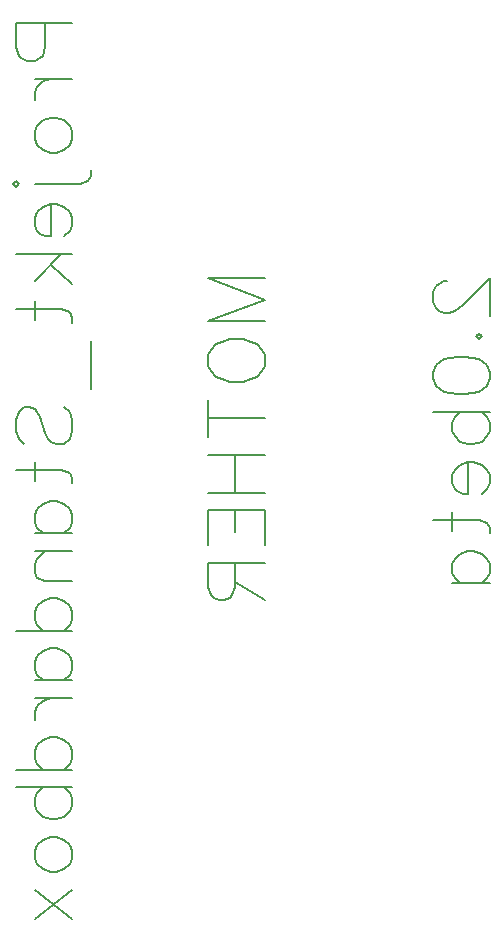
<source format=gbo>
G04 ---------------------------- Layer name :BOTTOM SILK LAYER*
G04 EasyEDA v5.8.22, Thu, 20 Dec 2018 20:30:22 GMT*
G04 f422fc89d8fd4efca302d5ffe9b637f2*
G04 Gerber Generator version 0.2*
G04 Scale: 100 percent, Rotated: No, Reflected: No *
G04 Dimensions in millimeters *
G04 leading zeros omitted , absolute positions ,3 integer and 3 decimal *
%FSLAX33Y33*%
%MOMM*%
G90*
G71D02*

%ADD30C,0.203000*%

%LPD*%
G54D30*
G01X6575Y100330D02*
G01X11348Y100330D01*
G01X6575Y100330D02*
G01X6575Y98285D01*
G01X6804Y97602D01*
G01X7030Y97376D01*
G01X7485Y97147D01*
G01X8168Y97147D01*
G01X8623Y97376D01*
G01X8849Y97602D01*
G01X9077Y98285D01*
G01X9077Y100330D01*
G01X8168Y95648D02*
G01X11348Y95648D01*
G01X9532Y95648D02*
G01X8849Y95420D01*
G01X8394Y94965D01*
G01X8168Y94510D01*
G01X8168Y93830D01*
G01X8168Y91193D02*
G01X8394Y91648D01*
G01X8849Y92103D01*
G01X9532Y92329D01*
G01X9987Y92329D01*
G01X10667Y92103D01*
G01X11122Y91648D01*
G01X11348Y91193D01*
G01X11348Y90513D01*
G01X11122Y90058D01*
G01X10667Y89603D01*
G01X9987Y89375D01*
G01X9532Y89375D01*
G01X8849Y89603D01*
G01X8394Y90058D01*
G01X8168Y90513D01*
G01X8168Y91193D01*
G01X6575Y86967D02*
G01X6804Y86738D01*
G01X6575Y86512D01*
G01X6349Y86738D01*
G01X6575Y86967D01*
G01X8168Y86738D02*
G01X12031Y86738D01*
G01X12712Y86967D01*
G01X12941Y87421D01*
G01X12941Y87876D01*
G01X9532Y85011D02*
G01X9532Y82285D01*
G01X9077Y82285D01*
G01X8623Y82512D01*
G01X8394Y82740D01*
G01X8168Y83195D01*
G01X8168Y83876D01*
G01X8394Y84330D01*
G01X8849Y84785D01*
G01X9532Y85011D01*
G01X9987Y85011D01*
G01X10667Y84785D01*
G01X11122Y84330D01*
G01X11348Y83876D01*
G01X11348Y83195D01*
G01X11122Y82740D01*
G01X10667Y82285D01*
G01X6575Y80784D02*
G01X11348Y80784D01*
G01X8168Y78511D02*
G01X10439Y80784D01*
G01X9532Y79875D02*
G01X11348Y78285D01*
G01X6575Y76103D02*
G01X10439Y76103D01*
G01X11122Y75875D01*
G01X11348Y75420D01*
G01X11348Y74965D01*
G01X8168Y76784D02*
G01X8168Y75194D01*
G01X12941Y73467D02*
G01X12941Y69375D01*
G01X7259Y64693D02*
G01X6804Y65148D01*
G01X6575Y65829D01*
G01X6575Y66738D01*
G01X6804Y67421D01*
G01X7259Y67876D01*
G01X7713Y67876D01*
G01X8168Y67647D01*
G01X8394Y67421D01*
G01X8623Y66967D01*
G01X9077Y65603D01*
G01X9303Y65148D01*
G01X9532Y64922D01*
G01X9987Y64693D01*
G01X10667Y64693D01*
G01X11122Y65148D01*
G01X11348Y65829D01*
G01X11348Y66738D01*
G01X11122Y67421D01*
G01X10667Y67876D01*
G01X6575Y62512D02*
G01X10439Y62512D01*
G01X11122Y62286D01*
G01X11348Y61831D01*
G01X11348Y61376D01*
G01X8168Y63195D02*
G01X8168Y61602D01*
G01X8168Y57147D02*
G01X11348Y57147D01*
G01X8849Y57147D02*
G01X8394Y57602D01*
G01X8168Y58056D01*
G01X8168Y58740D01*
G01X8394Y59194D01*
G01X8849Y59649D01*
G01X9532Y59875D01*
G01X9987Y59875D01*
G01X10667Y59649D01*
G01X11122Y59194D01*
G01X11348Y58740D01*
G01X11348Y58056D01*
G01X11122Y57602D01*
G01X10667Y57147D01*
G01X8168Y55648D02*
G01X11348Y55648D01*
G01X9077Y55648D02*
G01X8394Y54965D01*
G01X8168Y54511D01*
G01X8168Y53830D01*
G01X8394Y53375D01*
G01X9077Y53149D01*
G01X11348Y53149D01*
G01X6575Y48920D02*
G01X11348Y48920D01*
G01X8849Y48920D02*
G01X8394Y49375D01*
G01X8168Y49829D01*
G01X8168Y50513D01*
G01X8394Y50967D01*
G01X8849Y51422D01*
G01X9532Y51648D01*
G01X9987Y51648D01*
G01X10667Y51422D01*
G01X11122Y50967D01*
G01X11348Y50513D01*
G01X11348Y49829D01*
G01X11122Y49375D01*
G01X10667Y48920D01*
G01X8168Y44693D02*
G01X11348Y44693D01*
G01X8849Y44693D02*
G01X8394Y45148D01*
G01X8168Y45603D01*
G01X8168Y46284D01*
G01X8394Y46738D01*
G01X8849Y47193D01*
G01X9532Y47421D01*
G01X9987Y47421D01*
G01X10667Y47193D01*
G01X11122Y46738D01*
G01X11348Y46284D01*
G01X11348Y45603D01*
G01X11122Y45148D01*
G01X10667Y44693D01*
G01X8168Y43195D02*
G01X11348Y43195D01*
G01X9532Y43195D02*
G01X8849Y42966D01*
G01X8394Y42512D01*
G01X8168Y42057D01*
G01X8168Y41376D01*
G01X6575Y37147D02*
G01X11348Y37147D01*
G01X8849Y37147D02*
G01X8394Y37602D01*
G01X8168Y38056D01*
G01X8168Y38740D01*
G01X8394Y39194D01*
G01X8849Y39649D01*
G01X9532Y39875D01*
G01X9987Y39875D01*
G01X10667Y39649D01*
G01X11122Y39194D01*
G01X11348Y38740D01*
G01X11348Y38056D01*
G01X11122Y37602D01*
G01X10667Y37147D01*
G01X6575Y35649D02*
G01X11348Y35649D01*
G01X8849Y35649D02*
G01X8394Y35194D01*
G01X8168Y34739D01*
G01X8168Y34058D01*
G01X8394Y33604D01*
G01X8849Y33149D01*
G01X9532Y32921D01*
G01X9987Y32921D01*
G01X10667Y33149D01*
G01X11122Y33604D01*
G01X11348Y34058D01*
G01X11348Y34739D01*
G01X11122Y35194D01*
G01X10667Y35649D01*
G01X8168Y30284D02*
G01X8394Y30739D01*
G01X8849Y31193D01*
G01X9532Y31422D01*
G01X9987Y31422D01*
G01X10667Y31193D01*
G01X11122Y30739D01*
G01X11348Y30284D01*
G01X11348Y29603D01*
G01X11122Y29149D01*
G01X10667Y28694D01*
G01X9987Y28465D01*
G01X9532Y28465D01*
G01X8849Y28694D01*
G01X8394Y29149D01*
G01X8168Y29603D01*
G01X8168Y30284D01*
G01X8168Y26967D02*
G01X11348Y24467D01*
G01X8168Y24467D02*
G01X11348Y26967D01*
G01X22859Y78740D02*
G01X27632Y78740D01*
G01X22859Y78740D02*
G01X27632Y76921D01*
G01X22859Y75102D02*
G01X27632Y76921D01*
G01X22859Y75102D02*
G01X27632Y75102D01*
G01X22859Y72240D02*
G01X23088Y72694D01*
G01X23543Y73149D01*
G01X23997Y73375D01*
G01X24678Y73604D01*
G01X25816Y73604D01*
G01X26497Y73375D01*
G01X26951Y73149D01*
G01X27406Y72694D01*
G01X27632Y72240D01*
G01X27632Y71330D01*
G01X27406Y70876D01*
G01X26951Y70421D01*
G01X26497Y70195D01*
G01X25816Y69967D01*
G01X24678Y69967D01*
G01X23997Y70195D01*
G01X23543Y70421D01*
G01X23088Y70876D01*
G01X22859Y71330D01*
G01X22859Y72240D01*
G01X22859Y66875D02*
G01X27632Y66875D01*
G01X22859Y68468D02*
G01X22859Y65285D01*
G01X22859Y63784D02*
G01X27632Y63784D01*
G01X22859Y60604D02*
G01X27632Y60604D01*
G01X25133Y63784D02*
G01X25133Y60604D01*
G01X22859Y59103D02*
G01X27632Y59103D01*
G01X22859Y59103D02*
G01X22859Y56149D01*
G01X25133Y59103D02*
G01X25133Y57284D01*
G01X27632Y59103D02*
G01X27632Y56149D01*
G01X22859Y54648D02*
G01X27632Y54648D01*
G01X22859Y54648D02*
G01X22859Y52603D01*
G01X23088Y51922D01*
G01X23314Y51694D01*
G01X23769Y51468D01*
G01X24223Y51468D01*
G01X24678Y51694D01*
G01X24906Y51922D01*
G01X25133Y52603D01*
G01X25133Y54648D01*
G01X25133Y53058D02*
G01X27632Y51468D01*
G01X43047Y78511D02*
G01X42819Y78511D01*
G01X42364Y78285D01*
G01X42138Y78059D01*
G01X41909Y77604D01*
G01X41909Y76695D01*
G01X42138Y76240D01*
G01X42364Y76012D01*
G01X42819Y75786D01*
G01X43273Y75786D01*
G01X43728Y76012D01*
G01X44411Y76466D01*
G01X46682Y78740D01*
G01X46682Y75557D01*
G01X45547Y73830D02*
G01X45773Y74058D01*
G01X46001Y73830D01*
G01X45773Y73604D01*
G01X45547Y73830D01*
G01X41909Y70739D02*
G01X42138Y71422D01*
G01X42819Y71877D01*
G01X43956Y72103D01*
G01X44637Y72103D01*
G01X45773Y71877D01*
G01X46456Y71422D01*
G01X46682Y70739D01*
G01X46682Y70284D01*
G01X46456Y69603D01*
G01X45773Y69149D01*
G01X44637Y68923D01*
G01X43956Y68923D01*
G01X42819Y69149D01*
G01X42138Y69603D01*
G01X41909Y70284D01*
G01X41909Y70739D01*
G01X41909Y67421D02*
G01X46682Y67421D01*
G01X44183Y67421D02*
G01X43728Y66967D01*
G01X43502Y66512D01*
G01X43502Y65831D01*
G01X43728Y65377D01*
G01X44183Y64922D01*
G01X44866Y64693D01*
G01X45318Y64693D01*
G01X46001Y64922D01*
G01X46456Y65377D01*
G01X46682Y65831D01*
G01X46682Y66512D01*
G01X46456Y66967D01*
G01X46001Y67421D01*
G01X44866Y63195D02*
G01X44866Y60467D01*
G01X44411Y60467D01*
G01X43956Y60693D01*
G01X43728Y60922D01*
G01X43502Y61376D01*
G01X43502Y62057D01*
G01X43728Y62512D01*
G01X44183Y62966D01*
G01X44866Y63195D01*
G01X45318Y63195D01*
G01X46001Y62966D01*
G01X46456Y62512D01*
G01X46682Y62057D01*
G01X46682Y61376D01*
G01X46456Y60922D01*
G01X46001Y60467D01*
G01X41909Y58285D02*
G01X45773Y58285D01*
G01X46456Y58059D01*
G01X46682Y57604D01*
G01X46682Y57150D01*
G01X43502Y58966D02*
G01X43502Y57376D01*
G01X43502Y52921D02*
G01X46682Y52921D01*
G01X44183Y52921D02*
G01X43728Y53375D01*
G01X43502Y53830D01*
G01X43502Y54513D01*
G01X43728Y54968D01*
G01X44183Y55422D01*
G01X44866Y55649D01*
G01X45318Y55649D01*
G01X46001Y55422D01*
G01X46456Y54968D01*
G01X46682Y54513D01*
G01X46682Y53830D01*
G01X46456Y53375D01*
G01X46001Y52921D01*
M00*
M02*

</source>
